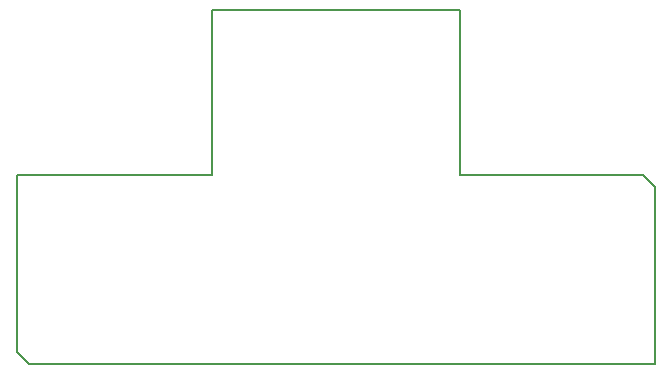
<source format=gbr>
G04 #@! TF.GenerationSoftware,KiCad,Pcbnew,(5.1.4)-1*
G04 #@! TF.CreationDate,2020-05-20T00:47:24+02:00*
G04 #@! TF.ProjectId,project_gtag,70726f6a-6563-4745-9f67-7461672e6b69,V3.1*
G04 #@! TF.SameCoordinates,PX7735940PY44aa200*
G04 #@! TF.FileFunction,Profile,NP*
%FSLAX46Y46*%
G04 Gerber Fmt 4.6, Leading zero omitted, Abs format (unit mm)*
G04 Created by KiCad (PCBNEW (5.1.4)-1) date 2020-05-20 00:47:24*
%MOMM*%
%LPD*%
G04 APERTURE LIST*
%ADD10C,0.150000*%
G04 APERTURE END LIST*
D10*
X1000000Y-30000000D02*
X41000000Y-30000000D01*
X0Y-29000000D02*
X0Y-14000000D01*
X0Y-29000000D02*
X1000000Y-30000000D01*
X53000000Y-14000000D02*
X39000000Y-14000000D01*
X54000000Y-15000000D02*
X54000000Y-30000000D01*
X53000000Y-14000000D02*
X54000000Y-15000000D01*
X16500000Y0D02*
X16500000Y-14000000D01*
X37500000Y0D02*
X16500000Y0D01*
X37500000Y-1000000D02*
X37500000Y0D01*
X15000000Y-14000000D02*
X16500000Y-14000000D01*
X37500000Y-14000000D02*
X37500000Y-1000000D01*
X39000000Y-14000000D02*
X37500000Y-14000000D01*
X15000000Y-14000000D02*
X0Y-14000000D01*
X54000000Y-30000000D02*
X41000000Y-30000000D01*
M02*

</source>
